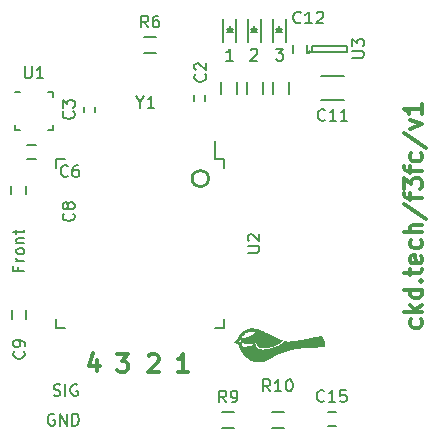
<source format=gto>
G04 #@! TF.FileFunction,Legend,Top*
%FSLAX46Y46*%
G04 Gerber Fmt 4.6, Leading zero omitted, Abs format (unit mm)*
G04 Created by KiCad (PCBNEW (2015-11-03 BZR 6296)-product) date Sunday, November 08, 2015 'AMt' 09:49:25 AM*
%MOMM*%
G01*
G04 APERTURE LIST*
%ADD10C,0.100000*%
%ADD11C,0.300000*%
%ADD12C,0.150000*%
%ADD13C,0.254000*%
%ADD14C,0.010000*%
G04 APERTURE END LIST*
D10*
D11*
X137885715Y-119878571D02*
X137885715Y-120878571D01*
X137528572Y-119307143D02*
X137171429Y-120378571D01*
X138100001Y-120378571D01*
X139550001Y-119428571D02*
X140478572Y-119428571D01*
X139978572Y-120000000D01*
X140192858Y-120000000D01*
X140335715Y-120071429D01*
X140407144Y-120142857D01*
X140478572Y-120285714D01*
X140478572Y-120642857D01*
X140407144Y-120785714D01*
X140335715Y-120857143D01*
X140192858Y-120928571D01*
X139764286Y-120928571D01*
X139621429Y-120857143D01*
X139550001Y-120785714D01*
X142221429Y-119571429D02*
X142292858Y-119500000D01*
X142435715Y-119428571D01*
X142792858Y-119428571D01*
X142935715Y-119500000D01*
X143007144Y-119571429D01*
X143078572Y-119714286D01*
X143078572Y-119857143D01*
X143007144Y-120071429D01*
X142150001Y-120928571D01*
X143078572Y-120928571D01*
X145578572Y-120928571D02*
X144721429Y-120928571D01*
X145150001Y-120928571D02*
X145150001Y-119428571D01*
X145007144Y-119642857D01*
X144864286Y-119785714D01*
X144721429Y-119857143D01*
D12*
X134238096Y-124500000D02*
X134142858Y-124452381D01*
X134000001Y-124452381D01*
X133857143Y-124500000D01*
X133761905Y-124595238D01*
X133714286Y-124690476D01*
X133666667Y-124880952D01*
X133666667Y-125023810D01*
X133714286Y-125214286D01*
X133761905Y-125309524D01*
X133857143Y-125404762D01*
X134000001Y-125452381D01*
X134095239Y-125452381D01*
X134238096Y-125404762D01*
X134285715Y-125357143D01*
X134285715Y-125023810D01*
X134095239Y-125023810D01*
X134714286Y-125452381D02*
X134714286Y-124452381D01*
X135285715Y-125452381D01*
X135285715Y-124452381D01*
X135761905Y-125452381D02*
X135761905Y-124452381D01*
X136000000Y-124452381D01*
X136142858Y-124500000D01*
X136238096Y-124595238D01*
X136285715Y-124690476D01*
X136333334Y-124880952D01*
X136333334Y-125023810D01*
X136285715Y-125214286D01*
X136238096Y-125309524D01*
X136142858Y-125404762D01*
X136000000Y-125452381D01*
X135761905Y-125452381D01*
X134176191Y-122904762D02*
X134319048Y-122952381D01*
X134557144Y-122952381D01*
X134652382Y-122904762D01*
X134700001Y-122857143D01*
X134747620Y-122761905D01*
X134747620Y-122666667D01*
X134700001Y-122571429D01*
X134652382Y-122523810D01*
X134557144Y-122476190D01*
X134366667Y-122428571D01*
X134271429Y-122380952D01*
X134223810Y-122333333D01*
X134176191Y-122238095D01*
X134176191Y-122142857D01*
X134223810Y-122047619D01*
X134271429Y-122000000D01*
X134366667Y-121952381D01*
X134604763Y-121952381D01*
X134747620Y-122000000D01*
X135176191Y-122952381D02*
X135176191Y-121952381D01*
X136176191Y-122000000D02*
X136080953Y-121952381D01*
X135938096Y-121952381D01*
X135795238Y-122000000D01*
X135700000Y-122095238D01*
X135652381Y-122190476D01*
X135604762Y-122380952D01*
X135604762Y-122523810D01*
X135652381Y-122714286D01*
X135700000Y-122809524D01*
X135795238Y-122904762D01*
X135938096Y-122952381D01*
X136033334Y-122952381D01*
X136176191Y-122904762D01*
X136223810Y-122857143D01*
X136223810Y-122523810D01*
X136033334Y-122523810D01*
X131178571Y-112057143D02*
X131178571Y-112390477D01*
X131702381Y-112390477D02*
X130702381Y-112390477D01*
X130702381Y-111914286D01*
X131702381Y-111533334D02*
X131035714Y-111533334D01*
X131226190Y-111533334D02*
X131130952Y-111485715D01*
X131083333Y-111438096D01*
X131035714Y-111342858D01*
X131035714Y-111247619D01*
X131702381Y-110771429D02*
X131654762Y-110866667D01*
X131607143Y-110914286D01*
X131511905Y-110961905D01*
X131226190Y-110961905D01*
X131130952Y-110914286D01*
X131083333Y-110866667D01*
X131035714Y-110771429D01*
X131035714Y-110628571D01*
X131083333Y-110533333D01*
X131130952Y-110485714D01*
X131226190Y-110438095D01*
X131511905Y-110438095D01*
X131607143Y-110485714D01*
X131654762Y-110533333D01*
X131702381Y-110628571D01*
X131702381Y-110771429D01*
X131035714Y-110009524D02*
X131702381Y-110009524D01*
X131130952Y-110009524D02*
X131083333Y-109961905D01*
X131035714Y-109866667D01*
X131035714Y-109723809D01*
X131083333Y-109628571D01*
X131178571Y-109580952D01*
X131702381Y-109580952D01*
X131035714Y-109247619D02*
X131035714Y-108866667D01*
X130702381Y-109104762D02*
X131559524Y-109104762D01*
X131654762Y-109057143D01*
X131702381Y-108961905D01*
X131702381Y-108866667D01*
D13*
X147294622Y-104550000D02*
G75*
G03X147294622Y-104550000I-694622J0D01*
G01*
D11*
X165307143Y-116450000D02*
X165378571Y-116592857D01*
X165378571Y-116878571D01*
X165307143Y-117021429D01*
X165235714Y-117092857D01*
X165092857Y-117164286D01*
X164664286Y-117164286D01*
X164521429Y-117092857D01*
X164450000Y-117021429D01*
X164378571Y-116878571D01*
X164378571Y-116592857D01*
X164450000Y-116450000D01*
X165378571Y-115807143D02*
X163878571Y-115807143D01*
X164807143Y-115664286D02*
X165378571Y-115235715D01*
X164378571Y-115235715D02*
X164950000Y-115807143D01*
X165378571Y-113950000D02*
X163878571Y-113950000D01*
X165307143Y-113950000D02*
X165378571Y-114092857D01*
X165378571Y-114378571D01*
X165307143Y-114521429D01*
X165235714Y-114592857D01*
X165092857Y-114664286D01*
X164664286Y-114664286D01*
X164521429Y-114592857D01*
X164450000Y-114521429D01*
X164378571Y-114378571D01*
X164378571Y-114092857D01*
X164450000Y-113950000D01*
X165235714Y-113235714D02*
X165307143Y-113164286D01*
X165378571Y-113235714D01*
X165307143Y-113307143D01*
X165235714Y-113235714D01*
X165378571Y-113235714D01*
X164378571Y-112735714D02*
X164378571Y-112164285D01*
X163878571Y-112521428D02*
X165164286Y-112521428D01*
X165307143Y-112450000D01*
X165378571Y-112307142D01*
X165378571Y-112164285D01*
X165307143Y-111092857D02*
X165378571Y-111235714D01*
X165378571Y-111521428D01*
X165307143Y-111664285D01*
X165164286Y-111735714D01*
X164592857Y-111735714D01*
X164450000Y-111664285D01*
X164378571Y-111521428D01*
X164378571Y-111235714D01*
X164450000Y-111092857D01*
X164592857Y-111021428D01*
X164735714Y-111021428D01*
X164878571Y-111735714D01*
X165307143Y-109735714D02*
X165378571Y-109878571D01*
X165378571Y-110164285D01*
X165307143Y-110307143D01*
X165235714Y-110378571D01*
X165092857Y-110450000D01*
X164664286Y-110450000D01*
X164521429Y-110378571D01*
X164450000Y-110307143D01*
X164378571Y-110164285D01*
X164378571Y-109878571D01*
X164450000Y-109735714D01*
X165378571Y-109092857D02*
X163878571Y-109092857D01*
X165378571Y-108450000D02*
X164592857Y-108450000D01*
X164450000Y-108521429D01*
X164378571Y-108664286D01*
X164378571Y-108878571D01*
X164450000Y-109021429D01*
X164521429Y-109092857D01*
X163807143Y-106664286D02*
X165735714Y-107950000D01*
X164378571Y-106378571D02*
X164378571Y-105807142D01*
X165378571Y-106164285D02*
X164092857Y-106164285D01*
X163950000Y-106092857D01*
X163878571Y-105949999D01*
X163878571Y-105807142D01*
X163878571Y-105449999D02*
X163878571Y-104521428D01*
X164450000Y-105021428D01*
X164450000Y-104807142D01*
X164521429Y-104664285D01*
X164592857Y-104592856D01*
X164735714Y-104521428D01*
X165092857Y-104521428D01*
X165235714Y-104592856D01*
X165307143Y-104664285D01*
X165378571Y-104807142D01*
X165378571Y-105235714D01*
X165307143Y-105378571D01*
X165235714Y-105449999D01*
X164378571Y-104092857D02*
X164378571Y-103521428D01*
X165378571Y-103878571D02*
X164092857Y-103878571D01*
X163950000Y-103807143D01*
X163878571Y-103664285D01*
X163878571Y-103521428D01*
X165307143Y-102378571D02*
X165378571Y-102521428D01*
X165378571Y-102807142D01*
X165307143Y-102950000D01*
X165235714Y-103021428D01*
X165092857Y-103092857D01*
X164664286Y-103092857D01*
X164521429Y-103021428D01*
X164450000Y-102950000D01*
X164378571Y-102807142D01*
X164378571Y-102521428D01*
X164450000Y-102378571D01*
X163807143Y-100664286D02*
X165735714Y-101950000D01*
X164378571Y-100307142D02*
X165378571Y-99949999D01*
X164378571Y-99592857D01*
X165378571Y-98235714D02*
X165378571Y-99092857D01*
X165378571Y-98664285D02*
X163878571Y-98664285D01*
X164092857Y-98807142D01*
X164235714Y-98950000D01*
X164307143Y-99092857D01*
D12*
X153016667Y-93552381D02*
X153635715Y-93552381D01*
X153302381Y-93933333D01*
X153445239Y-93933333D01*
X153540477Y-93980952D01*
X153588096Y-94028571D01*
X153635715Y-94123810D01*
X153635715Y-94361905D01*
X153588096Y-94457143D01*
X153540477Y-94504762D01*
X153445239Y-94552381D01*
X153159524Y-94552381D01*
X153064286Y-94504762D01*
X153016667Y-94457143D01*
X150864286Y-93647619D02*
X150911905Y-93600000D01*
X151007143Y-93552381D01*
X151245239Y-93552381D01*
X151340477Y-93600000D01*
X151388096Y-93647619D01*
X151435715Y-93742857D01*
X151435715Y-93838095D01*
X151388096Y-93980952D01*
X150816667Y-94552381D01*
X151435715Y-94552381D01*
X149385715Y-94552381D02*
X148814286Y-94552381D01*
X149100000Y-94552381D02*
X149100000Y-93552381D01*
X149004762Y-93695238D01*
X148909524Y-93790476D01*
X148814286Y-93838095D01*
X130900000Y-100450000D02*
X130900000Y-100050000D01*
X130900000Y-100450000D02*
X131300000Y-100450000D01*
X134100000Y-100450000D02*
X134100000Y-100050000D01*
X134100000Y-100450000D02*
X133700000Y-100450000D01*
X134100000Y-97250000D02*
X134100000Y-97650000D01*
X134100000Y-97250000D02*
X133700000Y-97250000D01*
X130900000Y-97250000D02*
X131300000Y-97250000D01*
X131950000Y-101700000D02*
X132650000Y-101700000D01*
X132650000Y-102900000D02*
X131950000Y-102900000D01*
X131800000Y-105150000D02*
X131800000Y-105850000D01*
X130600000Y-105850000D02*
X130600000Y-105150000D01*
X130650000Y-116400000D02*
X130650000Y-115700000D01*
X131850000Y-115700000D02*
X131850000Y-116400000D01*
X155670000Y-93240000D02*
X155670000Y-93940000D01*
X154470000Y-93940000D02*
X154470000Y-93240000D01*
X153850000Y-92949300D02*
X153850000Y-91049300D01*
X152750000Y-92949300D02*
X152750000Y-91049300D01*
X153300000Y-92049300D02*
X153300000Y-91599300D01*
X153050000Y-92099300D02*
X153550000Y-92099300D01*
X153300000Y-92099300D02*
X153050000Y-91849300D01*
X153050000Y-91849300D02*
X153550000Y-91849300D01*
X153550000Y-91849300D02*
X153300000Y-92099300D01*
X151700000Y-92949300D02*
X151700000Y-91049300D01*
X150600000Y-92949300D02*
X150600000Y-91049300D01*
X151150000Y-92049300D02*
X151150000Y-91599300D01*
X150900000Y-92099300D02*
X151400000Y-92099300D01*
X151150000Y-92099300D02*
X150900000Y-91849300D01*
X150900000Y-91849300D02*
X151400000Y-91849300D01*
X151400000Y-91849300D02*
X151150000Y-92099300D01*
X149650000Y-92949300D02*
X149650000Y-91049300D01*
X148550000Y-92949300D02*
X148550000Y-91049300D01*
X149100000Y-92049300D02*
X149100000Y-91599300D01*
X148850000Y-92099300D02*
X149350000Y-92099300D01*
X149100000Y-92099300D02*
X148850000Y-91849300D01*
X148850000Y-91849300D02*
X149350000Y-91849300D01*
X149350000Y-91849300D02*
X149100000Y-92099300D01*
X154125000Y-96400000D02*
X154125000Y-97400000D01*
X152775000Y-97400000D02*
X152775000Y-96400000D01*
X151925000Y-96400000D02*
X151925000Y-97400000D01*
X150575000Y-97400000D02*
X150575000Y-96400000D01*
X149725000Y-96400000D02*
X149725000Y-97400000D01*
X148375000Y-97400000D02*
X148375000Y-96400000D01*
X142850000Y-93875000D02*
X141850000Y-93875000D01*
X141850000Y-92525000D02*
X142850000Y-92525000D01*
X148625000Y-102925000D02*
X147865000Y-102925000D01*
X148625000Y-117175000D02*
X147865000Y-117175000D01*
X134375000Y-117175000D02*
X135135000Y-117175000D01*
X134375000Y-102925000D02*
X135135000Y-102925000D01*
X148625000Y-102925000D02*
X148625000Y-103685000D01*
X134375000Y-102925000D02*
X134375000Y-103685000D01*
X134375000Y-117175000D02*
X134375000Y-116415000D01*
X148625000Y-117175000D02*
X148625000Y-116415000D01*
X147865000Y-102925000D02*
X147865000Y-101400000D01*
X157380000Y-124300000D02*
X158080000Y-124300000D01*
X158080000Y-125500000D02*
X157380000Y-125500000D01*
X149460000Y-125625000D02*
X148460000Y-125625000D01*
X148460000Y-124275000D02*
X149460000Y-124275000D01*
X152690000Y-124285000D02*
X153690000Y-124285000D01*
X153690000Y-125635000D02*
X152690000Y-125635000D01*
X155930000Y-93860000D02*
G75*
G03X155930000Y-93860000I-100000J0D01*
G01*
X156080000Y-93310000D02*
X156080000Y-93810000D01*
X158980000Y-93310000D02*
X156080000Y-93310000D01*
X158980000Y-93810000D02*
X158980000Y-93310000D01*
X156080000Y-93810000D02*
X158980000Y-93810000D01*
D14*
G36*
X151044710Y-117229742D02*
X151078065Y-117230711D01*
X151101653Y-117232228D01*
X151181789Y-117241955D01*
X151263758Y-117257253D01*
X151345701Y-117277681D01*
X151425758Y-117302796D01*
X151473541Y-117320493D01*
X151516347Y-117337482D01*
X151558596Y-117354539D01*
X151600667Y-117371839D01*
X151642939Y-117389558D01*
X151685789Y-117407874D01*
X151729595Y-117426961D01*
X151774736Y-117446995D01*
X151821589Y-117468154D01*
X151870533Y-117490612D01*
X151921945Y-117514546D01*
X151976204Y-117540132D01*
X152033687Y-117567546D01*
X152094774Y-117596964D01*
X152159841Y-117628562D01*
X152229268Y-117662517D01*
X152303431Y-117699003D01*
X152382710Y-117738198D01*
X152467481Y-117780277D01*
X152558124Y-117825417D01*
X152562153Y-117827426D01*
X152641946Y-117867125D01*
X152716001Y-117903758D01*
X152784816Y-117937553D01*
X152848891Y-117968740D01*
X152908725Y-117997551D01*
X152964817Y-118024213D01*
X153017666Y-118048957D01*
X153067772Y-118072014D01*
X153115634Y-118093612D01*
X153161750Y-118113982D01*
X153206621Y-118133354D01*
X153250745Y-118151956D01*
X153294621Y-118170021D01*
X153338749Y-118187776D01*
X153380598Y-118204269D01*
X153404243Y-118213530D01*
X153425881Y-118222058D01*
X153444594Y-118229487D01*
X153459464Y-118235450D01*
X153469573Y-118239583D01*
X153473972Y-118241501D01*
X153474988Y-118243865D01*
X153472632Y-118248645D01*
X153466411Y-118256483D01*
X153455837Y-118268023D01*
X153445750Y-118278474D01*
X153388555Y-118332600D01*
X153324755Y-118384757D01*
X153254551Y-118434846D01*
X153178140Y-118482769D01*
X153095723Y-118528425D01*
X153007498Y-118571717D01*
X152913665Y-118612546D01*
X152814422Y-118650812D01*
X152709969Y-118686417D01*
X152600504Y-118719262D01*
X152509236Y-118743540D01*
X152401653Y-118769136D01*
X152299570Y-118790398D01*
X152202918Y-118807325D01*
X152111629Y-118819916D01*
X152025636Y-118828170D01*
X151944870Y-118832088D01*
X151869264Y-118831668D01*
X151798748Y-118826910D01*
X151733256Y-118817814D01*
X151672719Y-118804378D01*
X151617069Y-118786602D01*
X151566237Y-118764486D01*
X151520157Y-118738029D01*
X151515283Y-118734792D01*
X151496567Y-118720712D01*
X151475977Y-118702815D01*
X151455462Y-118682989D01*
X151436975Y-118663121D01*
X151422467Y-118645098D01*
X151422249Y-118644796D01*
X151400643Y-118609690D01*
X151382364Y-118569925D01*
X151368068Y-118527369D01*
X151358407Y-118483891D01*
X151354563Y-118451322D01*
X151352125Y-118416075D01*
X151286861Y-118410151D01*
X151265600Y-118408247D01*
X151246304Y-118406565D01*
X151230259Y-118405215D01*
X151218751Y-118404305D01*
X151213228Y-118403947D01*
X151207499Y-118403127D01*
X151207862Y-118400173D01*
X151209700Y-118397780D01*
X151212206Y-118394046D01*
X151210247Y-118393062D01*
X151202652Y-118394302D01*
X151202195Y-118394395D01*
X151173402Y-118400018D01*
X151139443Y-118406305D01*
X151102141Y-118412942D01*
X151063316Y-118419618D01*
X151024791Y-118426019D01*
X150988388Y-118431832D01*
X150955929Y-118436745D01*
X150953486Y-118437100D01*
X150872912Y-118447996D01*
X150798021Y-118456419D01*
X150727880Y-118462343D01*
X150661555Y-118465744D01*
X150598112Y-118466596D01*
X150536617Y-118464874D01*
X150476137Y-118460552D01*
X150415738Y-118453606D01*
X150354486Y-118444011D01*
X150291447Y-118431741D01*
X150229022Y-118417576D01*
X150208781Y-118412551D01*
X150186071Y-118406658D01*
X150161883Y-118400181D01*
X150137209Y-118393404D01*
X150113040Y-118386608D01*
X150090368Y-118380079D01*
X150070185Y-118374099D01*
X150053483Y-118368952D01*
X150041254Y-118364921D01*
X150034488Y-118362289D01*
X150033566Y-118361724D01*
X150032791Y-118357976D01*
X150031361Y-118348155D01*
X150029385Y-118333201D01*
X150026971Y-118314055D01*
X150024230Y-118291658D01*
X150021271Y-118266950D01*
X150018203Y-118240871D01*
X150015135Y-118214363D01*
X150012177Y-118188366D01*
X150009438Y-118163821D01*
X150007027Y-118141668D01*
X150005053Y-118122848D01*
X150003626Y-118108301D01*
X150002856Y-118098969D01*
X150002750Y-118096513D01*
X150005981Y-118094892D01*
X150014738Y-118092314D01*
X150027621Y-118089158D01*
X150040674Y-118086320D01*
X150152843Y-118062094D01*
X150260877Y-118036570D01*
X150364350Y-118009870D01*
X150462836Y-117982119D01*
X150555907Y-117953443D01*
X150643136Y-117923966D01*
X150724097Y-117893812D01*
X150784873Y-117868941D01*
X150881354Y-117824433D01*
X150972826Y-117775507D01*
X151060180Y-117721614D01*
X151144308Y-117662202D01*
X151226008Y-117596801D01*
X151242297Y-117582731D01*
X151259777Y-117567209D01*
X151277670Y-117550973D01*
X151295197Y-117534760D01*
X151311580Y-117519307D01*
X151326041Y-117505349D01*
X151337800Y-117493625D01*
X151346080Y-117484870D01*
X151350101Y-117479822D01*
X151350361Y-117479115D01*
X151347110Y-117476617D01*
X151338072Y-117472803D01*
X151324325Y-117468001D01*
X151306944Y-117462535D01*
X151287005Y-117456732D01*
X151265586Y-117450917D01*
X151243761Y-117445417D01*
X151224184Y-117440901D01*
X151154960Y-117427922D01*
X151088054Y-117419990D01*
X151021839Y-117417067D01*
X150954685Y-117419115D01*
X150884963Y-117426096D01*
X150844493Y-117432096D01*
X150748180Y-117450856D01*
X150656411Y-117474807D01*
X150569248Y-117503917D01*
X150486756Y-117538158D01*
X150408996Y-117577499D01*
X150336032Y-117621909D01*
X150267926Y-117671359D01*
X150204742Y-117725818D01*
X150179139Y-117750731D01*
X150128494Y-117806095D01*
X150084450Y-117863280D01*
X150047101Y-117922148D01*
X150016539Y-117982560D01*
X150002795Y-118016028D01*
X149991307Y-118046432D01*
X149845263Y-118184996D01*
X149818489Y-118210468D01*
X149793372Y-118234499D01*
X149770360Y-118256652D01*
X149749900Y-118276490D01*
X149732438Y-118293575D01*
X149718421Y-118307472D01*
X149708298Y-118317742D01*
X149702514Y-118323950D01*
X149701302Y-118325690D01*
X149704842Y-118327513D01*
X149714198Y-118331927D01*
X149728740Y-118338645D01*
X149747842Y-118347381D01*
X149770876Y-118357849D01*
X149797212Y-118369763D01*
X149826225Y-118382837D01*
X149857286Y-118396784D01*
X149860834Y-118398375D01*
X150018283Y-118468931D01*
X150038397Y-118539486D01*
X150052426Y-118587561D01*
X150066124Y-118631940D01*
X150080476Y-118675693D01*
X150096469Y-118721894D01*
X150101638Y-118736422D01*
X150108304Y-118754496D01*
X150113501Y-118766977D01*
X150117837Y-118775013D01*
X150121920Y-118779755D01*
X150125801Y-118782121D01*
X150132334Y-118783374D01*
X150144938Y-118784399D01*
X150162632Y-118785198D01*
X150184436Y-118785771D01*
X150209368Y-118786120D01*
X150236448Y-118786246D01*
X150264694Y-118786150D01*
X150293127Y-118785833D01*
X150320765Y-118785297D01*
X150346627Y-118784542D01*
X150369733Y-118783570D01*
X150389101Y-118782382D01*
X150396098Y-118781800D01*
X150438615Y-118777639D01*
X150482437Y-118772920D01*
X150526678Y-118767767D01*
X150570449Y-118762304D01*
X150612864Y-118756654D01*
X150653037Y-118750940D01*
X150690079Y-118745287D01*
X150723105Y-118739818D01*
X150751228Y-118734657D01*
X150773560Y-118729927D01*
X150780625Y-118728196D01*
X150837051Y-118710188D01*
X150893259Y-118685555D01*
X150948619Y-118654716D01*
X151002503Y-118618088D01*
X151054283Y-118576091D01*
X151103331Y-118529142D01*
X151139231Y-118489419D01*
X151150382Y-118476365D01*
X151157812Y-118468129D01*
X151162317Y-118464108D01*
X151164696Y-118463703D01*
X151165744Y-118466312D01*
X151166076Y-118469177D01*
X151174928Y-118531029D01*
X151190125Y-118591195D01*
X151211367Y-118649025D01*
X151238355Y-118703868D01*
X151270792Y-118755075D01*
X151308378Y-118801994D01*
X151328870Y-118823506D01*
X151376020Y-118865375D01*
X151427880Y-118902239D01*
X151484477Y-118934103D01*
X151545836Y-118960972D01*
X151611984Y-118982847D01*
X151682947Y-118999735D01*
X151758750Y-119011639D01*
X151839419Y-119018562D01*
X151924981Y-119020510D01*
X152015460Y-119017486D01*
X152110884Y-119009493D01*
X152211277Y-118996537D01*
X152316666Y-118978621D01*
X152318736Y-118978229D01*
X152452040Y-118950715D01*
X152580610Y-118919678D01*
X152704222Y-118885198D01*
X152822650Y-118847354D01*
X152935672Y-118806225D01*
X153043063Y-118761891D01*
X153144597Y-118714429D01*
X153240052Y-118663920D01*
X153286556Y-118636871D01*
X153358432Y-118591622D01*
X153423929Y-118545957D01*
X153483722Y-118499299D01*
X153538486Y-118451071D01*
X153588895Y-118400694D01*
X153635624Y-118347593D01*
X153659292Y-118317935D01*
X153666348Y-118308793D01*
X153699885Y-118315455D01*
X153804889Y-118332936D01*
X153909330Y-118343496D01*
X154013815Y-118347171D01*
X154118949Y-118343997D01*
X154144361Y-118342219D01*
X154233685Y-118334517D01*
X154329546Y-118324773D01*
X154431740Y-118313024D01*
X154540062Y-118299304D01*
X154654307Y-118283649D01*
X154774270Y-118266094D01*
X154899745Y-118246676D01*
X155030528Y-118225428D01*
X155166414Y-118202388D01*
X155307197Y-118177589D01*
X155452673Y-118151068D01*
X155602636Y-118122860D01*
X155756882Y-118093000D01*
X155915205Y-118061525D01*
X156077401Y-118028468D01*
X156243264Y-117993866D01*
X156412589Y-117957754D01*
X156577083Y-117921946D01*
X156612540Y-117914219D01*
X156646328Y-117906982D01*
X156677744Y-117900378D01*
X156706082Y-117894550D01*
X156730639Y-117889638D01*
X156750711Y-117885785D01*
X156765595Y-117883134D01*
X156774586Y-117881825D01*
X156776402Y-117881710D01*
X156800853Y-117885325D01*
X156823020Y-117895489D01*
X156842465Y-117911940D01*
X156855298Y-117928714D01*
X156871220Y-117954601D01*
X156889408Y-117985862D01*
X156909273Y-118021421D01*
X156930229Y-118060199D01*
X156951687Y-118101119D01*
X156973058Y-118143103D01*
X156980724Y-118158486D01*
X157010533Y-118220291D01*
X157036152Y-118277008D01*
X157057736Y-118329113D01*
X157075437Y-118377077D01*
X157089410Y-118421376D01*
X157099807Y-118462481D01*
X157106783Y-118500868D01*
X157110490Y-118537009D01*
X157111223Y-118561017D01*
X157109855Y-118595658D01*
X157105603Y-118624824D01*
X157098245Y-118649574D01*
X157088407Y-118669576D01*
X157075372Y-118688408D01*
X157061151Y-118702507D01*
X157043422Y-118714103D01*
X157040516Y-118715661D01*
X157030170Y-118720668D01*
X157018802Y-118725256D01*
X157006049Y-118729454D01*
X156991542Y-118733295D01*
X156974918Y-118736806D01*
X156955811Y-118740019D01*
X156933854Y-118742964D01*
X156908682Y-118745671D01*
X156879929Y-118748170D01*
X156847230Y-118750491D01*
X156810219Y-118752664D01*
X156768530Y-118754720D01*
X156721798Y-118756689D01*
X156669657Y-118758601D01*
X156611742Y-118760486D01*
X156547685Y-118762374D01*
X156477123Y-118764296D01*
X156439181Y-118765282D01*
X156319555Y-118768512D01*
X156206447Y-118771915D01*
X156099322Y-118775525D01*
X155997645Y-118779372D01*
X155900878Y-118783490D01*
X155808487Y-118787910D01*
X155719937Y-118792664D01*
X155634690Y-118797786D01*
X155552212Y-118803306D01*
X155471967Y-118809258D01*
X155393420Y-118815673D01*
X155316033Y-118822583D01*
X155239273Y-118830022D01*
X155162603Y-118838020D01*
X155085487Y-118846611D01*
X155084514Y-118846723D01*
X154946765Y-118863667D01*
X154813516Y-118882414D01*
X154683549Y-118903216D01*
X154555649Y-118926325D01*
X154428599Y-118951993D01*
X154301181Y-118980474D01*
X154172181Y-119012018D01*
X154040381Y-119046880D01*
X153904564Y-119085310D01*
X153834101Y-119106143D01*
X153806987Y-119114416D01*
X153775101Y-119124394D01*
X153739282Y-119135799D01*
X153700367Y-119148350D01*
X153659195Y-119161768D01*
X153616606Y-119175772D01*
X153573438Y-119190082D01*
X153530530Y-119204419D01*
X153488720Y-119218503D01*
X153448847Y-119232054D01*
X153411751Y-119244791D01*
X153378268Y-119256436D01*
X153349239Y-119266707D01*
X153325502Y-119275326D01*
X153312325Y-119280287D01*
X153265900Y-119298714D01*
X153219052Y-119318455D01*
X153171172Y-119339814D01*
X153121650Y-119363099D01*
X153069877Y-119388614D01*
X153015244Y-119416665D01*
X152957142Y-119447558D01*
X152894962Y-119481598D01*
X152828093Y-119519091D01*
X152768528Y-119553090D01*
X152736877Y-119571282D01*
X152701373Y-119591686D01*
X152663969Y-119613181D01*
X152626618Y-119634643D01*
X152591271Y-119654953D01*
X152559882Y-119672987D01*
X152556861Y-119674722D01*
X152482151Y-119717228D01*
X152412611Y-119755860D01*
X152347666Y-119790832D01*
X152286738Y-119822361D01*
X152229249Y-119850662D01*
X152174623Y-119875950D01*
X152122282Y-119898442D01*
X152071649Y-119918353D01*
X152022146Y-119935898D01*
X151973197Y-119951294D01*
X151924224Y-119964755D01*
X151874649Y-119976498D01*
X151823896Y-119986738D01*
X151771387Y-119995691D01*
X151716545Y-120003573D01*
X151658792Y-120010598D01*
X151657278Y-120010768D01*
X151638693Y-120012405D01*
X151614406Y-120013872D01*
X151585621Y-120015152D01*
X151553537Y-120016227D01*
X151519357Y-120017078D01*
X151484282Y-120017688D01*
X151449513Y-120018037D01*
X151416253Y-120018108D01*
X151385702Y-120017882D01*
X151359062Y-120017342D01*
X151337534Y-120016469D01*
X151327431Y-120015766D01*
X151231437Y-120004796D01*
X151138591Y-119988944D01*
X151049357Y-119968340D01*
X150964199Y-119943112D01*
X150883580Y-119913390D01*
X150807963Y-119879303D01*
X150773570Y-119861423D01*
X150689499Y-119811747D01*
X150608006Y-119755614D01*
X150529071Y-119693003D01*
X150452676Y-119623893D01*
X150378800Y-119548264D01*
X150307424Y-119466095D01*
X150238528Y-119377366D01*
X150172092Y-119282057D01*
X150108098Y-119180145D01*
X150084143Y-119139208D01*
X150034336Y-119047801D01*
X149989157Y-118954995D01*
X149948144Y-118859669D01*
X149910834Y-118760702D01*
X149876764Y-118656973D01*
X149856318Y-118587111D01*
X149838063Y-118521847D01*
X149713150Y-118471265D01*
X149680801Y-118458164D01*
X149646720Y-118444360D01*
X149612371Y-118430446D01*
X149579218Y-118417013D01*
X149548725Y-118404657D01*
X149522356Y-118393970D01*
X149508125Y-118388200D01*
X149428013Y-118355719D01*
X149802699Y-118020903D01*
X149817975Y-117975042D01*
X149837971Y-117922558D01*
X149863359Y-117868304D01*
X149893290Y-117813803D01*
X149926916Y-117760580D01*
X149963391Y-117710159D01*
X149970077Y-117701644D01*
X149985188Y-117683691D01*
X150004455Y-117662394D01*
X150026654Y-117638976D01*
X150050561Y-117614659D01*
X150074953Y-117590663D01*
X150098606Y-117568213D01*
X150120297Y-117548529D01*
X150138802Y-117532834D01*
X150140334Y-117531608D01*
X150216271Y-117475687D01*
X150296675Y-117425202D01*
X150381488Y-117380177D01*
X150470648Y-117340636D01*
X150564097Y-117306603D01*
X150661776Y-117278101D01*
X150763624Y-117255155D01*
X150869582Y-117237789D01*
X150870584Y-117237654D01*
X150899559Y-117234531D01*
X150933508Y-117232131D01*
X150970383Y-117230500D01*
X151008133Y-117229688D01*
X151044710Y-117229742D01*
X151044710Y-117229742D01*
G37*
X151044710Y-117229742D02*
X151078065Y-117230711D01*
X151101653Y-117232228D01*
X151181789Y-117241955D01*
X151263758Y-117257253D01*
X151345701Y-117277681D01*
X151425758Y-117302796D01*
X151473541Y-117320493D01*
X151516347Y-117337482D01*
X151558596Y-117354539D01*
X151600667Y-117371839D01*
X151642939Y-117389558D01*
X151685789Y-117407874D01*
X151729595Y-117426961D01*
X151774736Y-117446995D01*
X151821589Y-117468154D01*
X151870533Y-117490612D01*
X151921945Y-117514546D01*
X151976204Y-117540132D01*
X152033687Y-117567546D01*
X152094774Y-117596964D01*
X152159841Y-117628562D01*
X152229268Y-117662517D01*
X152303431Y-117699003D01*
X152382710Y-117738198D01*
X152467481Y-117780277D01*
X152558124Y-117825417D01*
X152562153Y-117827426D01*
X152641946Y-117867125D01*
X152716001Y-117903758D01*
X152784816Y-117937553D01*
X152848891Y-117968740D01*
X152908725Y-117997551D01*
X152964817Y-118024213D01*
X153017666Y-118048957D01*
X153067772Y-118072014D01*
X153115634Y-118093612D01*
X153161750Y-118113982D01*
X153206621Y-118133354D01*
X153250745Y-118151956D01*
X153294621Y-118170021D01*
X153338749Y-118187776D01*
X153380598Y-118204269D01*
X153404243Y-118213530D01*
X153425881Y-118222058D01*
X153444594Y-118229487D01*
X153459464Y-118235450D01*
X153469573Y-118239583D01*
X153473972Y-118241501D01*
X153474988Y-118243865D01*
X153472632Y-118248645D01*
X153466411Y-118256483D01*
X153455837Y-118268023D01*
X153445750Y-118278474D01*
X153388555Y-118332600D01*
X153324755Y-118384757D01*
X153254551Y-118434846D01*
X153178140Y-118482769D01*
X153095723Y-118528425D01*
X153007498Y-118571717D01*
X152913665Y-118612546D01*
X152814422Y-118650812D01*
X152709969Y-118686417D01*
X152600504Y-118719262D01*
X152509236Y-118743540D01*
X152401653Y-118769136D01*
X152299570Y-118790398D01*
X152202918Y-118807325D01*
X152111629Y-118819916D01*
X152025636Y-118828170D01*
X151944870Y-118832088D01*
X151869264Y-118831668D01*
X151798748Y-118826910D01*
X151733256Y-118817814D01*
X151672719Y-118804378D01*
X151617069Y-118786602D01*
X151566237Y-118764486D01*
X151520157Y-118738029D01*
X151515283Y-118734792D01*
X151496567Y-118720712D01*
X151475977Y-118702815D01*
X151455462Y-118682989D01*
X151436975Y-118663121D01*
X151422467Y-118645098D01*
X151422249Y-118644796D01*
X151400643Y-118609690D01*
X151382364Y-118569925D01*
X151368068Y-118527369D01*
X151358407Y-118483891D01*
X151354563Y-118451322D01*
X151352125Y-118416075D01*
X151286861Y-118410151D01*
X151265600Y-118408247D01*
X151246304Y-118406565D01*
X151230259Y-118405215D01*
X151218751Y-118404305D01*
X151213228Y-118403947D01*
X151207499Y-118403127D01*
X151207862Y-118400173D01*
X151209700Y-118397780D01*
X151212206Y-118394046D01*
X151210247Y-118393062D01*
X151202652Y-118394302D01*
X151202195Y-118394395D01*
X151173402Y-118400018D01*
X151139443Y-118406305D01*
X151102141Y-118412942D01*
X151063316Y-118419618D01*
X151024791Y-118426019D01*
X150988388Y-118431832D01*
X150955929Y-118436745D01*
X150953486Y-118437100D01*
X150872912Y-118447996D01*
X150798021Y-118456419D01*
X150727880Y-118462343D01*
X150661555Y-118465744D01*
X150598112Y-118466596D01*
X150536617Y-118464874D01*
X150476137Y-118460552D01*
X150415738Y-118453606D01*
X150354486Y-118444011D01*
X150291447Y-118431741D01*
X150229022Y-118417576D01*
X150208781Y-118412551D01*
X150186071Y-118406658D01*
X150161883Y-118400181D01*
X150137209Y-118393404D01*
X150113040Y-118386608D01*
X150090368Y-118380079D01*
X150070185Y-118374099D01*
X150053483Y-118368952D01*
X150041254Y-118364921D01*
X150034488Y-118362289D01*
X150033566Y-118361724D01*
X150032791Y-118357976D01*
X150031361Y-118348155D01*
X150029385Y-118333201D01*
X150026971Y-118314055D01*
X150024230Y-118291658D01*
X150021271Y-118266950D01*
X150018203Y-118240871D01*
X150015135Y-118214363D01*
X150012177Y-118188366D01*
X150009438Y-118163821D01*
X150007027Y-118141668D01*
X150005053Y-118122848D01*
X150003626Y-118108301D01*
X150002856Y-118098969D01*
X150002750Y-118096513D01*
X150005981Y-118094892D01*
X150014738Y-118092314D01*
X150027621Y-118089158D01*
X150040674Y-118086320D01*
X150152843Y-118062094D01*
X150260877Y-118036570D01*
X150364350Y-118009870D01*
X150462836Y-117982119D01*
X150555907Y-117953443D01*
X150643136Y-117923966D01*
X150724097Y-117893812D01*
X150784873Y-117868941D01*
X150881354Y-117824433D01*
X150972826Y-117775507D01*
X151060180Y-117721614D01*
X151144308Y-117662202D01*
X151226008Y-117596801D01*
X151242297Y-117582731D01*
X151259777Y-117567209D01*
X151277670Y-117550973D01*
X151295197Y-117534760D01*
X151311580Y-117519307D01*
X151326041Y-117505349D01*
X151337800Y-117493625D01*
X151346080Y-117484870D01*
X151350101Y-117479822D01*
X151350361Y-117479115D01*
X151347110Y-117476617D01*
X151338072Y-117472803D01*
X151324325Y-117468001D01*
X151306944Y-117462535D01*
X151287005Y-117456732D01*
X151265586Y-117450917D01*
X151243761Y-117445417D01*
X151224184Y-117440901D01*
X151154960Y-117427922D01*
X151088054Y-117419990D01*
X151021839Y-117417067D01*
X150954685Y-117419115D01*
X150884963Y-117426096D01*
X150844493Y-117432096D01*
X150748180Y-117450856D01*
X150656411Y-117474807D01*
X150569248Y-117503917D01*
X150486756Y-117538158D01*
X150408996Y-117577499D01*
X150336032Y-117621909D01*
X150267926Y-117671359D01*
X150204742Y-117725818D01*
X150179139Y-117750731D01*
X150128494Y-117806095D01*
X150084450Y-117863280D01*
X150047101Y-117922148D01*
X150016539Y-117982560D01*
X150002795Y-118016028D01*
X149991307Y-118046432D01*
X149845263Y-118184996D01*
X149818489Y-118210468D01*
X149793372Y-118234499D01*
X149770360Y-118256652D01*
X149749900Y-118276490D01*
X149732438Y-118293575D01*
X149718421Y-118307472D01*
X149708298Y-118317742D01*
X149702514Y-118323950D01*
X149701302Y-118325690D01*
X149704842Y-118327513D01*
X149714198Y-118331927D01*
X149728740Y-118338645D01*
X149747842Y-118347381D01*
X149770876Y-118357849D01*
X149797212Y-118369763D01*
X149826225Y-118382837D01*
X149857286Y-118396784D01*
X149860834Y-118398375D01*
X150018283Y-118468931D01*
X150038397Y-118539486D01*
X150052426Y-118587561D01*
X150066124Y-118631940D01*
X150080476Y-118675693D01*
X150096469Y-118721894D01*
X150101638Y-118736422D01*
X150108304Y-118754496D01*
X150113501Y-118766977D01*
X150117837Y-118775013D01*
X150121920Y-118779755D01*
X150125801Y-118782121D01*
X150132334Y-118783374D01*
X150144938Y-118784399D01*
X150162632Y-118785198D01*
X150184436Y-118785771D01*
X150209368Y-118786120D01*
X150236448Y-118786246D01*
X150264694Y-118786150D01*
X150293127Y-118785833D01*
X150320765Y-118785297D01*
X150346627Y-118784542D01*
X150369733Y-118783570D01*
X150389101Y-118782382D01*
X150396098Y-118781800D01*
X150438615Y-118777639D01*
X150482437Y-118772920D01*
X150526678Y-118767767D01*
X150570449Y-118762304D01*
X150612864Y-118756654D01*
X150653037Y-118750940D01*
X150690079Y-118745287D01*
X150723105Y-118739818D01*
X150751228Y-118734657D01*
X150773560Y-118729927D01*
X150780625Y-118728196D01*
X150837051Y-118710188D01*
X150893259Y-118685555D01*
X150948619Y-118654716D01*
X151002503Y-118618088D01*
X151054283Y-118576091D01*
X151103331Y-118529142D01*
X151139231Y-118489419D01*
X151150382Y-118476365D01*
X151157812Y-118468129D01*
X151162317Y-118464108D01*
X151164696Y-118463703D01*
X151165744Y-118466312D01*
X151166076Y-118469177D01*
X151174928Y-118531029D01*
X151190125Y-118591195D01*
X151211367Y-118649025D01*
X151238355Y-118703868D01*
X151270792Y-118755075D01*
X151308378Y-118801994D01*
X151328870Y-118823506D01*
X151376020Y-118865375D01*
X151427880Y-118902239D01*
X151484477Y-118934103D01*
X151545836Y-118960972D01*
X151611984Y-118982847D01*
X151682947Y-118999735D01*
X151758750Y-119011639D01*
X151839419Y-119018562D01*
X151924981Y-119020510D01*
X152015460Y-119017486D01*
X152110884Y-119009493D01*
X152211277Y-118996537D01*
X152316666Y-118978621D01*
X152318736Y-118978229D01*
X152452040Y-118950715D01*
X152580610Y-118919678D01*
X152704222Y-118885198D01*
X152822650Y-118847354D01*
X152935672Y-118806225D01*
X153043063Y-118761891D01*
X153144597Y-118714429D01*
X153240052Y-118663920D01*
X153286556Y-118636871D01*
X153358432Y-118591622D01*
X153423929Y-118545957D01*
X153483722Y-118499299D01*
X153538486Y-118451071D01*
X153588895Y-118400694D01*
X153635624Y-118347593D01*
X153659292Y-118317935D01*
X153666348Y-118308793D01*
X153699885Y-118315455D01*
X153804889Y-118332936D01*
X153909330Y-118343496D01*
X154013815Y-118347171D01*
X154118949Y-118343997D01*
X154144361Y-118342219D01*
X154233685Y-118334517D01*
X154329546Y-118324773D01*
X154431740Y-118313024D01*
X154540062Y-118299304D01*
X154654307Y-118283649D01*
X154774270Y-118266094D01*
X154899745Y-118246676D01*
X155030528Y-118225428D01*
X155166414Y-118202388D01*
X155307197Y-118177589D01*
X155452673Y-118151068D01*
X155602636Y-118122860D01*
X155756882Y-118093000D01*
X155915205Y-118061525D01*
X156077401Y-118028468D01*
X156243264Y-117993866D01*
X156412589Y-117957754D01*
X156577083Y-117921946D01*
X156612540Y-117914219D01*
X156646328Y-117906982D01*
X156677744Y-117900378D01*
X156706082Y-117894550D01*
X156730639Y-117889638D01*
X156750711Y-117885785D01*
X156765595Y-117883134D01*
X156774586Y-117881825D01*
X156776402Y-117881710D01*
X156800853Y-117885325D01*
X156823020Y-117895489D01*
X156842465Y-117911940D01*
X156855298Y-117928714D01*
X156871220Y-117954601D01*
X156889408Y-117985862D01*
X156909273Y-118021421D01*
X156930229Y-118060199D01*
X156951687Y-118101119D01*
X156973058Y-118143103D01*
X156980724Y-118158486D01*
X157010533Y-118220291D01*
X157036152Y-118277008D01*
X157057736Y-118329113D01*
X157075437Y-118377077D01*
X157089410Y-118421376D01*
X157099807Y-118462481D01*
X157106783Y-118500868D01*
X157110490Y-118537009D01*
X157111223Y-118561017D01*
X157109855Y-118595658D01*
X157105603Y-118624824D01*
X157098245Y-118649574D01*
X157088407Y-118669576D01*
X157075372Y-118688408D01*
X157061151Y-118702507D01*
X157043422Y-118714103D01*
X157040516Y-118715661D01*
X157030170Y-118720668D01*
X157018802Y-118725256D01*
X157006049Y-118729454D01*
X156991542Y-118733295D01*
X156974918Y-118736806D01*
X156955811Y-118740019D01*
X156933854Y-118742964D01*
X156908682Y-118745671D01*
X156879929Y-118748170D01*
X156847230Y-118750491D01*
X156810219Y-118752664D01*
X156768530Y-118754720D01*
X156721798Y-118756689D01*
X156669657Y-118758601D01*
X156611742Y-118760486D01*
X156547685Y-118762374D01*
X156477123Y-118764296D01*
X156439181Y-118765282D01*
X156319555Y-118768512D01*
X156206447Y-118771915D01*
X156099322Y-118775525D01*
X155997645Y-118779372D01*
X155900878Y-118783490D01*
X155808487Y-118787910D01*
X155719937Y-118792664D01*
X155634690Y-118797786D01*
X155552212Y-118803306D01*
X155471967Y-118809258D01*
X155393420Y-118815673D01*
X155316033Y-118822583D01*
X155239273Y-118830022D01*
X155162603Y-118838020D01*
X155085487Y-118846611D01*
X155084514Y-118846723D01*
X154946765Y-118863667D01*
X154813516Y-118882414D01*
X154683549Y-118903216D01*
X154555649Y-118926325D01*
X154428599Y-118951993D01*
X154301181Y-118980474D01*
X154172181Y-119012018D01*
X154040381Y-119046880D01*
X153904564Y-119085310D01*
X153834101Y-119106143D01*
X153806987Y-119114416D01*
X153775101Y-119124394D01*
X153739282Y-119135799D01*
X153700367Y-119148350D01*
X153659195Y-119161768D01*
X153616606Y-119175772D01*
X153573438Y-119190082D01*
X153530530Y-119204419D01*
X153488720Y-119218503D01*
X153448847Y-119232054D01*
X153411751Y-119244791D01*
X153378268Y-119256436D01*
X153349239Y-119266707D01*
X153325502Y-119275326D01*
X153312325Y-119280287D01*
X153265900Y-119298714D01*
X153219052Y-119318455D01*
X153171172Y-119339814D01*
X153121650Y-119363099D01*
X153069877Y-119388614D01*
X153015244Y-119416665D01*
X152957142Y-119447558D01*
X152894962Y-119481598D01*
X152828093Y-119519091D01*
X152768528Y-119553090D01*
X152736877Y-119571282D01*
X152701373Y-119591686D01*
X152663969Y-119613181D01*
X152626618Y-119634643D01*
X152591271Y-119654953D01*
X152559882Y-119672987D01*
X152556861Y-119674722D01*
X152482151Y-119717228D01*
X152412611Y-119755860D01*
X152347666Y-119790832D01*
X152286738Y-119822361D01*
X152229249Y-119850662D01*
X152174623Y-119875950D01*
X152122282Y-119898442D01*
X152071649Y-119918353D01*
X152022146Y-119935898D01*
X151973197Y-119951294D01*
X151924224Y-119964755D01*
X151874649Y-119976498D01*
X151823896Y-119986738D01*
X151771387Y-119995691D01*
X151716545Y-120003573D01*
X151658792Y-120010598D01*
X151657278Y-120010768D01*
X151638693Y-120012405D01*
X151614406Y-120013872D01*
X151585621Y-120015152D01*
X151553537Y-120016227D01*
X151519357Y-120017078D01*
X151484282Y-120017688D01*
X151449513Y-120018037D01*
X151416253Y-120018108D01*
X151385702Y-120017882D01*
X151359062Y-120017342D01*
X151337534Y-120016469D01*
X151327431Y-120015766D01*
X151231437Y-120004796D01*
X151138591Y-119988944D01*
X151049357Y-119968340D01*
X150964199Y-119943112D01*
X150883580Y-119913390D01*
X150807963Y-119879303D01*
X150773570Y-119861423D01*
X150689499Y-119811747D01*
X150608006Y-119755614D01*
X150529071Y-119693003D01*
X150452676Y-119623893D01*
X150378800Y-119548264D01*
X150307424Y-119466095D01*
X150238528Y-119377366D01*
X150172092Y-119282057D01*
X150108098Y-119180145D01*
X150084143Y-119139208D01*
X150034336Y-119047801D01*
X149989157Y-118954995D01*
X149948144Y-118859669D01*
X149910834Y-118760702D01*
X149876764Y-118656973D01*
X149856318Y-118587111D01*
X149838063Y-118521847D01*
X149713150Y-118471265D01*
X149680801Y-118458164D01*
X149646720Y-118444360D01*
X149612371Y-118430446D01*
X149579218Y-118417013D01*
X149548725Y-118404657D01*
X149522356Y-118393970D01*
X149508125Y-118388200D01*
X149428013Y-118355719D01*
X149802699Y-118020903D01*
X149817975Y-117975042D01*
X149837971Y-117922558D01*
X149863359Y-117868304D01*
X149893290Y-117813803D01*
X149926916Y-117760580D01*
X149963391Y-117710159D01*
X149970077Y-117701644D01*
X149985188Y-117683691D01*
X150004455Y-117662394D01*
X150026654Y-117638976D01*
X150050561Y-117614659D01*
X150074953Y-117590663D01*
X150098606Y-117568213D01*
X150120297Y-117548529D01*
X150138802Y-117532834D01*
X150140334Y-117531608D01*
X150216271Y-117475687D01*
X150296675Y-117425202D01*
X150381488Y-117380177D01*
X150470648Y-117340636D01*
X150564097Y-117306603D01*
X150661776Y-117278101D01*
X150763624Y-117255155D01*
X150869582Y-117237789D01*
X150870584Y-117237654D01*
X150899559Y-117234531D01*
X150933508Y-117232131D01*
X150970383Y-117230500D01*
X151008133Y-117229688D01*
X151044710Y-117229742D01*
D12*
X147025000Y-97950000D02*
X147025000Y-97450000D01*
X146075000Y-97450000D02*
X146075000Y-97950000D01*
X136725000Y-98450000D02*
X136725000Y-98950000D01*
X137675000Y-98950000D02*
X137675000Y-98450000D01*
X156800000Y-97925000D02*
X158800000Y-97925000D01*
X158800000Y-95875000D02*
X156800000Y-95875000D01*
X131738095Y-95052381D02*
X131738095Y-95861905D01*
X131785714Y-95957143D01*
X131833333Y-96004762D01*
X131928571Y-96052381D01*
X132119048Y-96052381D01*
X132214286Y-96004762D01*
X132261905Y-95957143D01*
X132309524Y-95861905D01*
X132309524Y-95052381D01*
X133309524Y-96052381D02*
X132738095Y-96052381D01*
X133023809Y-96052381D02*
X133023809Y-95052381D01*
X132928571Y-95195238D01*
X132833333Y-95290476D01*
X132738095Y-95338095D01*
X135383334Y-104307143D02*
X135335715Y-104354762D01*
X135192858Y-104402381D01*
X135097620Y-104402381D01*
X134954762Y-104354762D01*
X134859524Y-104259524D01*
X134811905Y-104164286D01*
X134764286Y-103973810D01*
X134764286Y-103830952D01*
X134811905Y-103640476D01*
X134859524Y-103545238D01*
X134954762Y-103450000D01*
X135097620Y-103402381D01*
X135192858Y-103402381D01*
X135335715Y-103450000D01*
X135383334Y-103497619D01*
X136240477Y-103402381D02*
X136050000Y-103402381D01*
X135954762Y-103450000D01*
X135907143Y-103497619D01*
X135811905Y-103640476D01*
X135764286Y-103830952D01*
X135764286Y-104211905D01*
X135811905Y-104307143D01*
X135859524Y-104354762D01*
X135954762Y-104402381D01*
X136145239Y-104402381D01*
X136240477Y-104354762D01*
X136288096Y-104307143D01*
X136335715Y-104211905D01*
X136335715Y-103973810D01*
X136288096Y-103878571D01*
X136240477Y-103830952D01*
X136145239Y-103783333D01*
X135954762Y-103783333D01*
X135859524Y-103830952D01*
X135811905Y-103878571D01*
X135764286Y-103973810D01*
X135857143Y-107516666D02*
X135904762Y-107564285D01*
X135952381Y-107707142D01*
X135952381Y-107802380D01*
X135904762Y-107945238D01*
X135809524Y-108040476D01*
X135714286Y-108088095D01*
X135523810Y-108135714D01*
X135380952Y-108135714D01*
X135190476Y-108088095D01*
X135095238Y-108040476D01*
X135000000Y-107945238D01*
X134952381Y-107802380D01*
X134952381Y-107707142D01*
X135000000Y-107564285D01*
X135047619Y-107516666D01*
X135380952Y-106945238D02*
X135333333Y-107040476D01*
X135285714Y-107088095D01*
X135190476Y-107135714D01*
X135142857Y-107135714D01*
X135047619Y-107088095D01*
X135000000Y-107040476D01*
X134952381Y-106945238D01*
X134952381Y-106754761D01*
X135000000Y-106659523D01*
X135047619Y-106611904D01*
X135142857Y-106564285D01*
X135190476Y-106564285D01*
X135285714Y-106611904D01*
X135333333Y-106659523D01*
X135380952Y-106754761D01*
X135380952Y-106945238D01*
X135428571Y-107040476D01*
X135476190Y-107088095D01*
X135571429Y-107135714D01*
X135761905Y-107135714D01*
X135857143Y-107088095D01*
X135904762Y-107040476D01*
X135952381Y-106945238D01*
X135952381Y-106754761D01*
X135904762Y-106659523D01*
X135857143Y-106611904D01*
X135761905Y-106564285D01*
X135571429Y-106564285D01*
X135476190Y-106611904D01*
X135428571Y-106659523D01*
X135380952Y-106754761D01*
X131657143Y-119166666D02*
X131704762Y-119214285D01*
X131752381Y-119357142D01*
X131752381Y-119452380D01*
X131704762Y-119595238D01*
X131609524Y-119690476D01*
X131514286Y-119738095D01*
X131323810Y-119785714D01*
X131180952Y-119785714D01*
X130990476Y-119738095D01*
X130895238Y-119690476D01*
X130800000Y-119595238D01*
X130752381Y-119452380D01*
X130752381Y-119357142D01*
X130800000Y-119214285D01*
X130847619Y-119166666D01*
X131752381Y-118690476D02*
X131752381Y-118500000D01*
X131704762Y-118404761D01*
X131657143Y-118357142D01*
X131514286Y-118261904D01*
X131323810Y-118214285D01*
X130942857Y-118214285D01*
X130847619Y-118261904D01*
X130800000Y-118309523D01*
X130752381Y-118404761D01*
X130752381Y-118595238D01*
X130800000Y-118690476D01*
X130847619Y-118738095D01*
X130942857Y-118785714D01*
X131180952Y-118785714D01*
X131276190Y-118738095D01*
X131323810Y-118690476D01*
X131371429Y-118595238D01*
X131371429Y-118404761D01*
X131323810Y-118309523D01*
X131276190Y-118261904D01*
X131180952Y-118214285D01*
X155107143Y-91307143D02*
X155059524Y-91354762D01*
X154916667Y-91402381D01*
X154821429Y-91402381D01*
X154678571Y-91354762D01*
X154583333Y-91259524D01*
X154535714Y-91164286D01*
X154488095Y-90973810D01*
X154488095Y-90830952D01*
X154535714Y-90640476D01*
X154583333Y-90545238D01*
X154678571Y-90450000D01*
X154821429Y-90402381D01*
X154916667Y-90402381D01*
X155059524Y-90450000D01*
X155107143Y-90497619D01*
X156059524Y-91402381D02*
X155488095Y-91402381D01*
X155773809Y-91402381D02*
X155773809Y-90402381D01*
X155678571Y-90545238D01*
X155583333Y-90640476D01*
X155488095Y-90688095D01*
X156440476Y-90497619D02*
X156488095Y-90450000D01*
X156583333Y-90402381D01*
X156821429Y-90402381D01*
X156916667Y-90450000D01*
X156964286Y-90497619D01*
X157011905Y-90592857D01*
X157011905Y-90688095D01*
X156964286Y-90830952D01*
X156392857Y-91402381D01*
X157011905Y-91402381D01*
X142183334Y-91752381D02*
X141850000Y-91276190D01*
X141611905Y-91752381D02*
X141611905Y-90752381D01*
X141992858Y-90752381D01*
X142088096Y-90800000D01*
X142135715Y-90847619D01*
X142183334Y-90942857D01*
X142183334Y-91085714D01*
X142135715Y-91180952D01*
X142088096Y-91228571D01*
X141992858Y-91276190D01*
X141611905Y-91276190D01*
X143040477Y-90752381D02*
X142850000Y-90752381D01*
X142754762Y-90800000D01*
X142707143Y-90847619D01*
X142611905Y-90990476D01*
X142564286Y-91180952D01*
X142564286Y-91561905D01*
X142611905Y-91657143D01*
X142659524Y-91704762D01*
X142754762Y-91752381D01*
X142945239Y-91752381D01*
X143040477Y-91704762D01*
X143088096Y-91657143D01*
X143135715Y-91561905D01*
X143135715Y-91323810D01*
X143088096Y-91228571D01*
X143040477Y-91180952D01*
X142945239Y-91133333D01*
X142754762Y-91133333D01*
X142659524Y-91180952D01*
X142611905Y-91228571D01*
X142564286Y-91323810D01*
X150602381Y-110811905D02*
X151411905Y-110811905D01*
X151507143Y-110764286D01*
X151554762Y-110716667D01*
X151602381Y-110621429D01*
X151602381Y-110430952D01*
X151554762Y-110335714D01*
X151507143Y-110288095D01*
X151411905Y-110240476D01*
X150602381Y-110240476D01*
X150697619Y-109811905D02*
X150650000Y-109764286D01*
X150602381Y-109669048D01*
X150602381Y-109430952D01*
X150650000Y-109335714D01*
X150697619Y-109288095D01*
X150792857Y-109240476D01*
X150888095Y-109240476D01*
X151030952Y-109288095D01*
X151602381Y-109859524D01*
X151602381Y-109240476D01*
X141523809Y-98076190D02*
X141523809Y-98552381D01*
X141190476Y-97552381D02*
X141523809Y-98076190D01*
X141857143Y-97552381D01*
X142714286Y-98552381D02*
X142142857Y-98552381D01*
X142428571Y-98552381D02*
X142428571Y-97552381D01*
X142333333Y-97695238D01*
X142238095Y-97790476D01*
X142142857Y-97838095D01*
X157087143Y-123357143D02*
X157039524Y-123404762D01*
X156896667Y-123452381D01*
X156801429Y-123452381D01*
X156658571Y-123404762D01*
X156563333Y-123309524D01*
X156515714Y-123214286D01*
X156468095Y-123023810D01*
X156468095Y-122880952D01*
X156515714Y-122690476D01*
X156563333Y-122595238D01*
X156658571Y-122500000D01*
X156801429Y-122452381D01*
X156896667Y-122452381D01*
X157039524Y-122500000D01*
X157087143Y-122547619D01*
X158039524Y-123452381D02*
X157468095Y-123452381D01*
X157753809Y-123452381D02*
X157753809Y-122452381D01*
X157658571Y-122595238D01*
X157563333Y-122690476D01*
X157468095Y-122738095D01*
X158944286Y-122452381D02*
X158468095Y-122452381D01*
X158420476Y-122928571D01*
X158468095Y-122880952D01*
X158563333Y-122833333D01*
X158801429Y-122833333D01*
X158896667Y-122880952D01*
X158944286Y-122928571D01*
X158991905Y-123023810D01*
X158991905Y-123261905D01*
X158944286Y-123357143D01*
X158896667Y-123404762D01*
X158801429Y-123452381D01*
X158563333Y-123452381D01*
X158468095Y-123404762D01*
X158420476Y-123357143D01*
X148793334Y-123502381D02*
X148460000Y-123026190D01*
X148221905Y-123502381D02*
X148221905Y-122502381D01*
X148602858Y-122502381D01*
X148698096Y-122550000D01*
X148745715Y-122597619D01*
X148793334Y-122692857D01*
X148793334Y-122835714D01*
X148745715Y-122930952D01*
X148698096Y-122978571D01*
X148602858Y-123026190D01*
X148221905Y-123026190D01*
X149269524Y-123502381D02*
X149460000Y-123502381D01*
X149555239Y-123454762D01*
X149602858Y-123407143D01*
X149698096Y-123264286D01*
X149745715Y-123073810D01*
X149745715Y-122692857D01*
X149698096Y-122597619D01*
X149650477Y-122550000D01*
X149555239Y-122502381D01*
X149364762Y-122502381D01*
X149269524Y-122550000D01*
X149221905Y-122597619D01*
X149174286Y-122692857D01*
X149174286Y-122930952D01*
X149221905Y-123026190D01*
X149269524Y-123073810D01*
X149364762Y-123121429D01*
X149555239Y-123121429D01*
X149650477Y-123073810D01*
X149698096Y-123026190D01*
X149745715Y-122930952D01*
X152507143Y-122552381D02*
X152173809Y-122076190D01*
X151935714Y-122552381D02*
X151935714Y-121552381D01*
X152316667Y-121552381D01*
X152411905Y-121600000D01*
X152459524Y-121647619D01*
X152507143Y-121742857D01*
X152507143Y-121885714D01*
X152459524Y-121980952D01*
X152411905Y-122028571D01*
X152316667Y-122076190D01*
X151935714Y-122076190D01*
X153459524Y-122552381D02*
X152888095Y-122552381D01*
X153173809Y-122552381D02*
X153173809Y-121552381D01*
X153078571Y-121695238D01*
X152983333Y-121790476D01*
X152888095Y-121838095D01*
X154078571Y-121552381D02*
X154173810Y-121552381D01*
X154269048Y-121600000D01*
X154316667Y-121647619D01*
X154364286Y-121742857D01*
X154411905Y-121933333D01*
X154411905Y-122171429D01*
X154364286Y-122361905D01*
X154316667Y-122457143D01*
X154269048Y-122504762D01*
X154173810Y-122552381D01*
X154078571Y-122552381D01*
X153983333Y-122504762D01*
X153935714Y-122457143D01*
X153888095Y-122361905D01*
X153840476Y-122171429D01*
X153840476Y-121933333D01*
X153888095Y-121742857D01*
X153935714Y-121647619D01*
X153983333Y-121600000D01*
X154078571Y-121552381D01*
X159452381Y-94311905D02*
X160261905Y-94311905D01*
X160357143Y-94264286D01*
X160404762Y-94216667D01*
X160452381Y-94121429D01*
X160452381Y-93930952D01*
X160404762Y-93835714D01*
X160357143Y-93788095D01*
X160261905Y-93740476D01*
X159452381Y-93740476D01*
X159452381Y-93359524D02*
X159452381Y-92740476D01*
X159833333Y-93073810D01*
X159833333Y-92930952D01*
X159880952Y-92835714D01*
X159928571Y-92788095D01*
X160023810Y-92740476D01*
X160261905Y-92740476D01*
X160357143Y-92788095D01*
X160404762Y-92835714D01*
X160452381Y-92930952D01*
X160452381Y-93216667D01*
X160404762Y-93311905D01*
X160357143Y-93359524D01*
X147007143Y-95716666D02*
X147054762Y-95764285D01*
X147102381Y-95907142D01*
X147102381Y-96002380D01*
X147054762Y-96145238D01*
X146959524Y-96240476D01*
X146864286Y-96288095D01*
X146673810Y-96335714D01*
X146530952Y-96335714D01*
X146340476Y-96288095D01*
X146245238Y-96240476D01*
X146150000Y-96145238D01*
X146102381Y-96002380D01*
X146102381Y-95907142D01*
X146150000Y-95764285D01*
X146197619Y-95716666D01*
X146197619Y-95335714D02*
X146150000Y-95288095D01*
X146102381Y-95192857D01*
X146102381Y-94954761D01*
X146150000Y-94859523D01*
X146197619Y-94811904D01*
X146292857Y-94764285D01*
X146388095Y-94764285D01*
X146530952Y-94811904D01*
X147102381Y-95383333D01*
X147102381Y-94764285D01*
X135857143Y-98866666D02*
X135904762Y-98914285D01*
X135952381Y-99057142D01*
X135952381Y-99152380D01*
X135904762Y-99295238D01*
X135809524Y-99390476D01*
X135714286Y-99438095D01*
X135523810Y-99485714D01*
X135380952Y-99485714D01*
X135190476Y-99438095D01*
X135095238Y-99390476D01*
X135000000Y-99295238D01*
X134952381Y-99152380D01*
X134952381Y-99057142D01*
X135000000Y-98914285D01*
X135047619Y-98866666D01*
X134952381Y-98533333D02*
X134952381Y-97914285D01*
X135333333Y-98247619D01*
X135333333Y-98104761D01*
X135380952Y-98009523D01*
X135428571Y-97961904D01*
X135523810Y-97914285D01*
X135761905Y-97914285D01*
X135857143Y-97961904D01*
X135904762Y-98009523D01*
X135952381Y-98104761D01*
X135952381Y-98390476D01*
X135904762Y-98485714D01*
X135857143Y-98533333D01*
X157157143Y-99557143D02*
X157109524Y-99604762D01*
X156966667Y-99652381D01*
X156871429Y-99652381D01*
X156728571Y-99604762D01*
X156633333Y-99509524D01*
X156585714Y-99414286D01*
X156538095Y-99223810D01*
X156538095Y-99080952D01*
X156585714Y-98890476D01*
X156633333Y-98795238D01*
X156728571Y-98700000D01*
X156871429Y-98652381D01*
X156966667Y-98652381D01*
X157109524Y-98700000D01*
X157157143Y-98747619D01*
X158109524Y-99652381D02*
X157538095Y-99652381D01*
X157823809Y-99652381D02*
X157823809Y-98652381D01*
X157728571Y-98795238D01*
X157633333Y-98890476D01*
X157538095Y-98938095D01*
X159061905Y-99652381D02*
X158490476Y-99652381D01*
X158776190Y-99652381D02*
X158776190Y-98652381D01*
X158680952Y-98795238D01*
X158585714Y-98890476D01*
X158490476Y-98938095D01*
M02*

</source>
